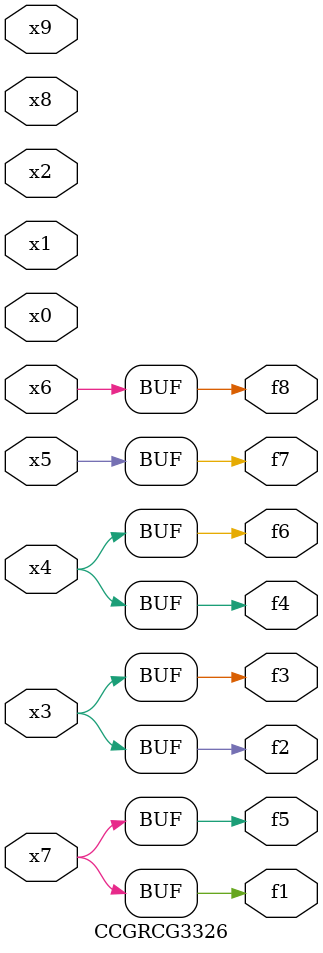
<source format=v>
module CCGRCG3326(
	input x0, x1, x2, x3, x4, x5, x6, x7, x8, x9,
	output f1, f2, f3, f4, f5, f6, f7, f8
);
	assign f1 = x7;
	assign f2 = x3;
	assign f3 = x3;
	assign f4 = x4;
	assign f5 = x7;
	assign f6 = x4;
	assign f7 = x5;
	assign f8 = x6;
endmodule

</source>
